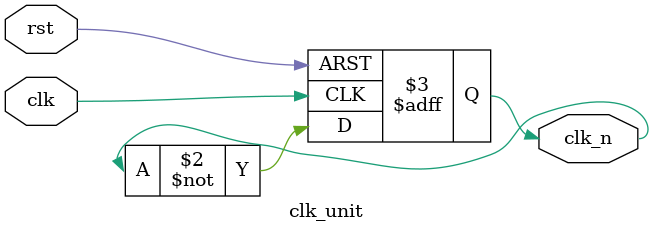
<source format=v>
module clk_unit(
	clk,
	rst,
	clk_n
	);
	input clk, rst;
	output clk_n;

    reg clk_n;
    reg clk_tmp;
    always @(posedge clk or posedge rst) begin
       if (rst) begin  
        clk_n <= 0;
       end
      else begin
        clk_n <= ~clk_n;
      end
    end
   
/*	
    always @(posedge clk or posedge rst)
    begin
        if (rst)
            clk_tmp <= 0;
        else
            clk_tmp <= ~clk_tmp;
    end
*/
endmodule

</source>
